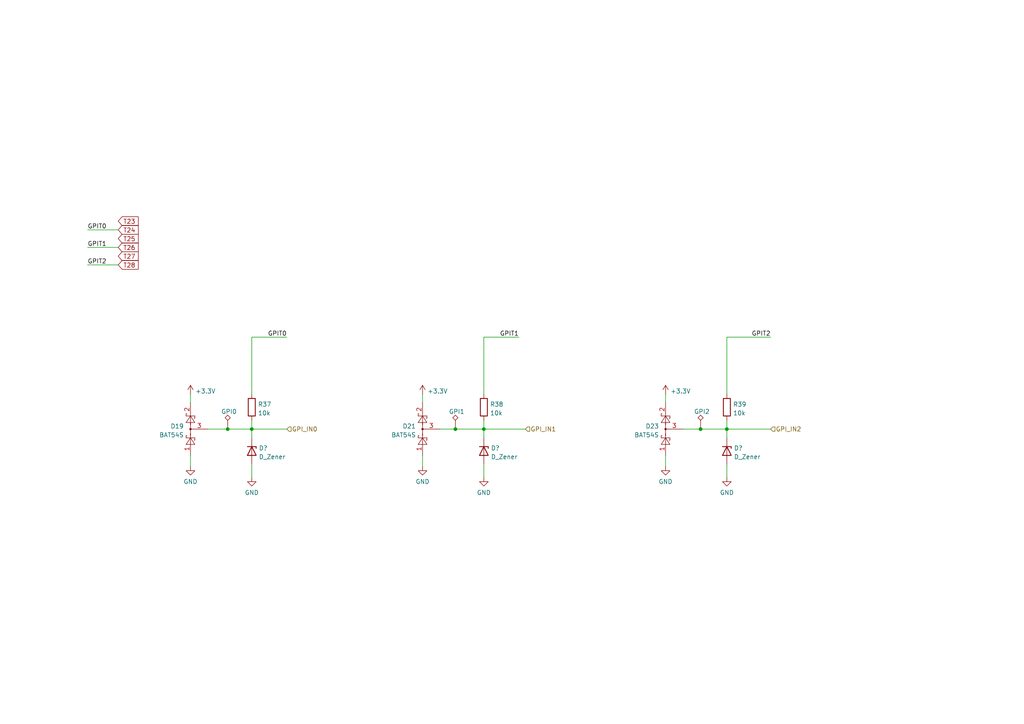
<source format=kicad_sch>
(kicad_sch (version 20211123) (generator eeschema)
  (paper "A4")
  (title_block (title "FloatPUMP Schematics") (date "2022-11-11") (rev "1.0") (company "robtor.de") (comment 1 "Controller board for up to 3 water pumps") (comment 2 "measuring capabilities with piezoresistive pressure sensors") (comment 3 "sensor input Range 4mA-20mA"))
  (lib_symbols
    (symbol "Connector:TestPoint_Alt" (pin_numbers hide) (pin_names (offset 0.762) hide)
      (property "Reference" "TP" (at 0 6.858 0))
      (property "Value" "TestPoint_Alt" (at 0 5.08 0))
      (symbol "TestPoint_Alt_0_1"
        (polyline (pts (xy 0 2.54) (xy -0.762 3.302) (xy 0 4.064) (xy 0.762 3.302) (xy 0 2.54)))
      )
      (symbol "TestPoint_Alt_1_1"
        (pin passive line (at 0 0 90) (length 2.54) (name "1") (number "1"))
      )
    )
    (symbol "Device:D_Zener" (pin_numbers hide) (pin_names (offset 1.016) hide)
      (property "Reference" "D" (at 0 2.54 0))
      (property "Value" "D_Zener" (at 0 -2.54 0))
      (symbol "D_Zener_0_1"
        (polyline (pts (xy 1.27 0) (xy -1.27 0)))
        (polyline (pts (xy -1.27 -1.27) (xy -1.27 1.27) (xy -0.762 1.27)) (stroke (width 0.254)))
        (polyline (pts (xy 1.27 -1.27) (xy 1.27 1.27) (xy -1.27 0) (xy 1.27 -1.27)) (stroke (width 0.254)))
      )
      (symbol "D_Zener_1_1"
        (pin passive line (at -3.81 0 0) (length 2.54) (name "K") (number "1"))
        (pin passive line (at 3.81 0 180) (length 2.54) (name "A") (number "2"))
      )
    )
    (symbol "Device:R" (pin_numbers hide) (pin_names (offset 0))
      (property "Reference" "R" (at 2.032 0 90))
      (property "Value" "R" (at 0 0 90))
      (symbol "R_0_1"
        (rectangle (start -1.016 -2.54) (end 1.016 2.54) (stroke (width 0.254)))
      )
      (symbol "R_1_1"
        (pin passive line (at 0 3.81 270) (length 1.27) (name "~") (number "1"))
        (pin passive line (at 0 -3.81 90) (length 1.27) (name "~") (number "2"))
      )
    )
    (symbol "Diode:BAT54S" (pin_names (offset 1.016))
      (property "Reference" "D" (at 0.635 -3.81 0))
      (property "Value" "BAT54S" (at -6.35 3.175 0))
      (symbol "BAT54S_0_1"
        (polyline (pts (xy -3.81 0) (xy -1.27 0)))
        (polyline (pts (xy -3.175 -1.27) (xy -3.175 -1.016)))
        (polyline (pts (xy -2.54 -1.27) (xy -3.175 -1.27)))
        (polyline (pts (xy -2.54 -1.27) (xy -2.54 1.27)))
        (polyline (pts (xy -2.54 1.27) (xy -1.905 1.27)))
        (polyline (pts (xy -1.905 0) (xy 1.905 0)))
        (polyline (pts (xy -1.905 1.27) (xy -1.905 1.016)))
        (polyline (pts (xy 1.27 0) (xy 3.81 0)))
        (polyline (pts (xy 3.175 -1.27) (xy 3.175 -1.016)))
        (polyline (pts (xy 3.81 -1.27) (xy 3.175 -1.27)))
        (polyline (pts (xy 3.81 -1.27) (xy 3.81 1.27)))
        (polyline (pts (xy 3.81 1.27) (xy 4.445 1.27)))
        (polyline (pts (xy 4.445 1.27) (xy 4.445 1.016)))
        (polyline (pts (xy -4.445 1.27) (xy -4.445 -1.27) (xy -2.54 0) (xy -4.445 1.27)))
        (polyline (pts (xy 1.905 1.27) (xy 1.905 -1.27) (xy 3.81 0) (xy 1.905 1.27)))
        (circle (center 0 0) (radius 0.254) (fill (type outline)))
      )
      (symbol "BAT54S_1_1"
        (pin passive line (at -7.62 0 0) (length 3.81) (name "~") (number "1"))
        (pin passive line (at 7.62 0 180) (length 3.81) (name "~") (number "2"))
        (pin passive line (at 0 -5.08 90) (length 5.08) (name "~") (number "3"))
      )
    )
    (symbol "power:+3.3V" (power) (pin_names (offset 0))
      (property "Value" "+3.3V" (at 0 3.556 0))
      (symbol "+3.3V_0_1"
        (polyline (pts (xy -0.762 1.27) (xy 0 2.54)))
        (polyline (pts (xy 0 0) (xy 0 2.54)))
        (polyline (pts (xy 0 2.54) (xy 0.762 1.27)))
      )
      (symbol "+3.3V_1_1"
        (pin power_in line (at 0 0 90) (length 0) hide (name "+3.3V") (number "1"))
      )
    )
    (symbol "power:GND" (power) (pin_names (offset 0))
      (property "Value" "GND" (at 0 -3.81 0))
      (symbol "GND_0_1"
        (polyline (pts (xy 0 0) (xy 0 -1.27) (xy 1.27 -1.27) (xy 0 -2.54) (xy -1.27 -1.27) (xy 0 -1.27)))
      )
      (symbol "GND_1_1"
        (pin power_in line (at 0 0 270) (length 0) hide (name "GND") (number "1"))
      )
    )
  )
  (junction (at 203.2 124.46))
  (junction (at 66.04 124.46))
  (junction (at 73.025 124.46))
  (junction (at 132.08 124.46))
  (junction (at 210.82 124.46))
  (junction (at 140.335 124.46))
  (wire (pts (xy 140.335 134.62) (xy 140.335 138.43)))
  (wire (pts (xy 210.82 114.3) (xy 210.82 97.79)))
  (wire (pts (xy 66.04 124.46) (xy 73.025 124.46)))
  (wire (pts (xy 198.12 124.46) (xy 203.2 124.46)))
  (wire (pts (xy 25.4 76.835) (xy 34.29 76.835)))
  (wire (pts (xy 73.025 121.92) (xy 73.025 124.46)))
  (wire (pts (xy 140.335 121.92) (xy 140.335 124.46)))
  (wire (pts (xy 73.025 124.46) (xy 73.025 127)))
  (wire (pts (xy 122.555 114.3) (xy 122.555 116.84)))
  (wire (pts (xy 73.025 124.46) (xy 83.185 124.46)))
  (wire (pts (xy 73.025 114.3) (xy 73.025 97.79)))
  (wire (pts (xy 210.82 124.46) (xy 210.82 127)))
  (wire (pts (xy 210.82 124.46) (xy 223.52 124.46)))
  (wire (pts (xy 25.4 66.675) (xy 34.29 66.675)))
  (wire (pts (xy 55.245 114.3) (xy 55.245 116.84)))
  (wire (pts (xy 55.245 132.08) (xy 55.245 135.255)))
  (wire (pts (xy 210.82 121.92) (xy 210.82 124.46)))
  (wire (pts (xy 127.635 124.46) (xy 132.08 124.46)))
  (wire (pts (xy 73.025 134.62) (xy 73.025 138.43)))
  (wire (pts (xy 60.325 124.46) (xy 66.04 124.46)))
  (wire (pts (xy 73.025 97.79) (xy 83.185 97.79)))
  (wire (pts (xy 210.82 97.79) (xy 223.52 97.79)))
  (wire (pts (xy 140.335 97.79) (xy 150.495 97.79)))
  (wire (pts (xy 193.04 114.3) (xy 193.04 116.84)))
  (wire (pts (xy 203.2 124.46) (xy 210.82 124.46)))
  (wire (pts (xy 140.335 97.79) (xy 140.335 114.3)))
  (wire (pts (xy 25.4 71.755) (xy 34.29 71.755)))
  (wire (pts (xy 122.555 132.08) (xy 122.555 135.255)))
  (wire (pts (xy 140.335 124.46) (xy 152.4 124.46)))
  (wire (pts (xy 140.335 124.46) (xy 140.335 127)))
  (wire (pts (xy 132.08 124.46) (xy 140.335 124.46)))
  (wire (pts (xy 193.04 132.08) (xy 193.04 135.255)))
  (wire (pts (xy 210.82 134.62) (xy 210.82 138.43)))
  (label "GPIT1" (at 150.495 97.79 180))
  (label "GPIT1" (at 25.4 71.755 0))
  (label "GPIT0" (at 83.185 97.79 180))
  (label "GPIT0" (at 25.4 66.675 0))
  (label "GPIT2" (at 25.4 76.835 0))
  (label "GPIT2" (at 223.52 97.79 180))
  (global_label "T27" (shape input) (at 34.29 74.295 0) (property "Referenzen zwischen Schaltplänen" "${INTERSHEET_REFS}" (effects hide)))
  (global_label "T24" (shape input) (at 34.29 66.675 0) (property "Referenzen zwischen Schaltplänen" "${INTERSHEET_REFS}" (effects hide)))
  (global_label "T28" (shape input) (at 34.29 76.835 0) (property "Referenzen zwischen Schaltplänen" "${INTERSHEET_REFS}" (effects hide)))
  (global_label "T23" (shape input) (at 34.29 64.135 0) (property "Referenzen zwischen Schaltplänen" "${INTERSHEET_REFS}" (effects hide)))
  (global_label "T25" (shape input) (at 34.29 69.215 0) (property "Referenzen zwischen Schaltplänen" "${INTERSHEET_REFS}" (effects hide)))
  (global_label "T26" (shape input) (at 34.29 71.755 0) (property "Referenzen zwischen Schaltplänen" "${INTERSHEET_REFS}" (effects hide)))
  (hierarchical_label "GPI_IN0" (shape input) (at 83.185 124.46 0))
  (hierarchical_label "GPI_IN2" (shape input) (at 223.52 124.46 0))
  (hierarchical_label "GPI_IN1" (shape input) (at 152.4 124.46 0))
  (symbol (lib_id "Device:D_Zener") (at 73.025 130.81 270) (unit 1)
    (property "Reference" "D?" (at 75.057 129.9753 90) (effects (justify left)))
    (property "Value" "D_Zener" (at 75.057 132.5122 90) (effects (justify left)))
    (property "Footprint" "Diode_SMD:D_MiniMELF" (effects hide))
    (property "JLCPCB" "Basic" (effects hide))
    (property "LCSC" "C8056" (effects hide))
  )
  (symbol (lib_id "power:GND") (at 73.025 138.43 0) (unit 1)
    (property "Reference" "#PWR088" (effects hide))
    (property "Value" "GND" (at 73.025 142.8734 0))
  )
  (symbol (lib_id "Connector:TestPoint_Alt") (at 203.2 124.46 0) (unit 1)
    (property "Reference" "TP21" (effects hide))
    (property "Value" "GPI2" (at 201.295 119.38 0) (effects (justify left)))
    (property "Footprint" "TestPoint:TestPoint_Pad_D1.0mm" (effects hide))
  )
  (symbol (lib_id "Device:R") (at 210.82 118.11 0) (unit 1)
    (property "Reference" "R39" (at 212.598 117.2753 0) (effects (justify left)))
    (property "Value" "10k" (at 212.598 119.8122 0) (effects (justify left)))
    (property "Footprint" "Resistor_SMD:R_0603_1608Metric" (effects hide))
    (property "JLCPCB" "Basic" (effects hide))
    (property "LCSC" "C25804" (effects hide))
  )
  (symbol (lib_id "Diode:BAT54S") (at 193.04 124.46 90) (unit 1)
    (property "Reference" "D23" (at 191.135 123.6253 90) (effects (justify left)))
    (property "Value" "BAT54S" (at 191.135 126.1622 90) (effects (justify left)))
    (property "Footprint" "Package_TO_SOT_SMD:SOT-23" (effects hide))
    (property "Datasheet" "https://www.diodes.com/assets/Datasheets/ds11005.pdf" (effects hide))
    (property "JLCPCB" "Extended" (effects hide))
    (property "LCSC" "C2762214" (effects hide))
  )
  (symbol (lib_id "power:+3.3V") (at 55.245 114.3 0) (unit 1)
    (property "Reference" "#PWR086" (effects hide))
    (property "Value" "+3.3V" (at 56.642 113.4638 0) (effects (justify left)))
  )
  (symbol (lib_id "power:+3.3V") (at 193.04 114.3 0) (unit 1)
    (property "Reference" "#PWR092" (effects hide))
    (property "Value" "+3.3V" (at 194.437 113.4638 0) (effects (justify left)))
  )
  (symbol (lib_id "Connector:TestPoint_Alt") (at 132.08 124.46 0) (unit 1)
    (property "Reference" "TP20" (effects hide))
    (property "Value" "GPI1" (at 130.175 119.38 0) (effects (justify left)))
    (property "Footprint" "TestPoint:TestPoint_Pad_D1.0mm" (effects hide))
  )
  (symbol (lib_id "Device:R") (at 73.025 118.11 0) (unit 1)
    (property "Reference" "R37" (at 74.803 117.2753 0) (effects (justify left)))
    (property "Value" "10k" (at 74.803 119.8122 0) (effects (justify left)))
    (property "Footprint" "Resistor_SMD:R_0603_1608Metric" (effects hide))
    (property "JLCPCB" "Basic" (effects hide))
    (property "LCSC" "C25804" (effects hide))
  )
  (symbol (lib_id "power:GND") (at 55.245 135.255 0) (unit 1)
    (property "Reference" "#PWR087" (effects hide))
    (property "Value" "GND" (at 55.245 139.6984 0))
  )
  (symbol (lib_id "power:GND") (at 122.555 135.255 0) (unit 1)
    (property "Reference" "#PWR090" (effects hide))
    (property "Value" "GND" (at 122.555 139.6984 0))
  )
  (symbol (lib_id "power:GND") (at 193.04 135.255 0) (unit 1)
    (property "Reference" "#PWR093" (effects hide))
    (property "Value" "GND" (at 193.04 139.6984 0))
  )
  (symbol (lib_id "power:GND") (at 210.82 138.43 0) (unit 1)
    (property "Reference" "#PWR094" (effects hide))
    (property "Value" "GND" (at 210.82 142.8734 0))
  )
  (symbol (lib_id "Diode:BAT54S") (at 122.555 124.46 90) (unit 1)
    (property "Reference" "D21" (at 120.65 123.6253 90) (effects (justify left)))
    (property "Value" "BAT54S" (at 120.65 126.1622 90) (effects (justify left)))
    (property "Footprint" "Package_TO_SOT_SMD:SOT-23" (effects hide))
    (property "Datasheet" "https://www.diodes.com/assets/Datasheets/ds11005.pdf" (effects hide))
    (property "JLCPCB" "Extended" (effects hide))
    (property "LCSC" "C2762214" (effects hide))
  )
  (symbol (lib_id "Connector:TestPoint_Alt") (at 66.04 124.46 0) (unit 1)
    (property "Reference" "TP19" (effects hide))
    (property "Value" "GPI0" (at 64.135 119.38 0) (effects (justify left)))
    (property "Footprint" "TestPoint:TestPoint_Pad_D1.0mm" (effects hide))
  )
  (symbol (lib_id "Diode:BAT54S") (at 55.245 124.46 90) (unit 1)
    (property "Reference" "D19" (at 53.34 123.6253 90) (effects (justify left)))
    (property "Value" "BAT54S" (at 53.34 126.1622 90) (effects (justify left)))
    (property "Footprint" "Package_TO_SOT_SMD:SOT-23" (effects hide))
    (property "Datasheet" "https://www.diodes.com/assets/Datasheets/ds11005.pdf" (effects hide))
    (property "JLCPCB" "Extended" (effects hide))
    (property "LCSC" "C2762214" (effects hide))
  )
  (symbol (lib_id "Device:D_Zener") (at 210.82 130.81 270) (unit 1)
    (property "Reference" "D?" (at 212.852 129.9753 90) (effects (justify left)))
    (property "Value" "D_Zener" (at 212.852 132.5122 90) (effects (justify left)))
    (property "Footprint" "Diode_SMD:D_MiniMELF" (effects hide))
    (property "JLCPCB" "Basic" (effects hide))
    (property "LCSC" "C8056" (effects hide))
  )
  (symbol (lib_id "Device:D_Zener") (at 140.335 130.81 270) (unit 1)
    (property "Reference" "D?" (at 142.367 129.9753 90) (effects (justify left)))
    (property "Value" "D_Zener" (at 142.367 132.5122 90) (effects (justify left)))
    (property "Footprint" "Diode_SMD:D_MiniMELF" (effects hide))
    (property "JLCPCB" "Basic" (effects hide))
    (property "LCSC" "C8056" (effects hide))
  )
  (symbol (lib_id "power:+3.3V") (at 122.555 114.3 0) (unit 1)
    (property "Reference" "#PWR089" (effects hide))
    (property "Value" "+3.3V" (at 123.952 113.4638 0) (effects (justify left)))
  )
  (symbol (lib_id "Device:R") (at 140.335 118.11 0) (unit 1)
    (property "Reference" "R38" (at 142.113 117.2753 0) (effects (justify left)))
    (property "Value" "10k" (at 142.113 119.8122 0) (effects (justify left)))
    (property "Footprint" "Resistor_SMD:R_0603_1608Metric" (effects hide))
    (property "JLCPCB" "Basic" (effects hide))
    (property "LCSC" "C25804" (effects hide))
  )
  (symbol (lib_id "power:GND") (at 140.335 138.43 0) (unit 1)
    (property "Reference" "#PWR091" (effects hide))
    (property "Value" "GND" (at 140.335 142.8734 0))
  )
)
</source>
